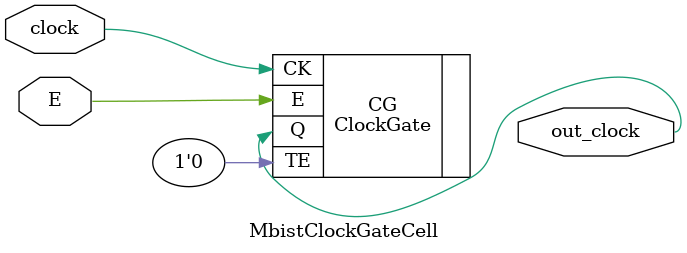
<source format=sv>
`ifndef RANDOMIZE
  `ifdef RANDOMIZE_MEM_INIT
    `define RANDOMIZE
  `endif // RANDOMIZE_MEM_INIT
`endif // not def RANDOMIZE
`ifndef RANDOMIZE
  `ifdef RANDOMIZE_REG_INIT
    `define RANDOMIZE
  `endif // RANDOMIZE_REG_INIT
`endif // not def RANDOMIZE

`ifndef RANDOM
  `define RANDOM $random
`endif // not def RANDOM

// Users can define INIT_RANDOM as general code that gets injected into the
// initializer block for modules with registers.
`ifndef INIT_RANDOM
  `define INIT_RANDOM
`endif // not def INIT_RANDOM

// If using random initialization, you can also define RANDOMIZE_DELAY to
// customize the delay used, otherwise 0.002 is used.
`ifndef RANDOMIZE_DELAY
  `define RANDOMIZE_DELAY 0.002
`endif // not def RANDOMIZE_DELAY

// Define INIT_RANDOM_PROLOG_ for use in our modules below.
`ifndef INIT_RANDOM_PROLOG_
  `ifdef RANDOMIZE
    `ifdef VERILATOR
      `define INIT_RANDOM_PROLOG_ `INIT_RANDOM
    `else  // VERILATOR
      `define INIT_RANDOM_PROLOG_ `INIT_RANDOM #`RANDOMIZE_DELAY begin end
    `endif // VERILATOR
  `else  // RANDOMIZE
    `define INIT_RANDOM_PROLOG_
  `endif // RANDOMIZE
`endif // not def INIT_RANDOM_PROLOG_

// Include register initializers in init blocks unless synthesis is set
`ifndef SYNTHESIS
  `ifndef ENABLE_INITIAL_REG_
    `define ENABLE_INITIAL_REG_
  `endif // not def ENABLE_INITIAL_REG_
`endif // not def SYNTHESIS

// Include rmemory initializers in init blocks unless synthesis is set
`ifndef SYNTHESIS
  `ifndef ENABLE_INITIAL_MEM_
    `define ENABLE_INITIAL_MEM_
  `endif // not def ENABLE_INITIAL_MEM_
`endif // not def SYNTHESIS

module MbistClockGateCell(
  input  clock,
  input  E,
  output out_clock
);

  ClockGate CG (
    .TE (1'h0),
    .E  (E),
    .CK (clock),
    .Q  (out_clock)
  );
endmodule


</source>
